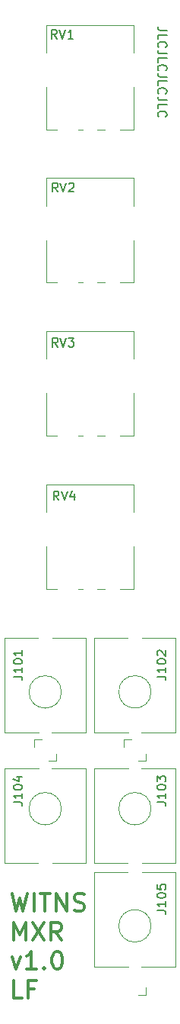
<source format=gbr>
%TF.GenerationSoftware,KiCad,Pcbnew,(6.0.9)*%
%TF.CreationDate,2023-01-29T17:11:57+01:00*%
%TF.ProjectId,witns_mxr,7769746e-735f-46d7-9872-2e6b69636164,rev?*%
%TF.SameCoordinates,Original*%
%TF.FileFunction,Legend,Top*%
%TF.FilePolarity,Positive*%
%FSLAX46Y46*%
G04 Gerber Fmt 4.6, Leading zero omitted, Abs format (unit mm)*
G04 Created by KiCad (PCBNEW (6.0.9)) date 2023-01-29 17:11:57*
%MOMM*%
%LPD*%
G01*
G04 APERTURE LIST*
%ADD10C,0.150000*%
%ADD11C,0.300000*%
%ADD12C,0.120000*%
G04 APERTURE END LIST*
D10*
X58547619Y-46651309D02*
X57833333Y-46651309D01*
X57690476Y-46603690D01*
X57595238Y-46508452D01*
X57547619Y-46365595D01*
X57547619Y-46270357D01*
X57547619Y-47603690D02*
X57547619Y-47127500D01*
X58547619Y-47127500D01*
X57642857Y-48508452D02*
X57595238Y-48460833D01*
X57547619Y-48317976D01*
X57547619Y-48222738D01*
X57595238Y-48079880D01*
X57690476Y-47984642D01*
X57785714Y-47937023D01*
X57976190Y-47889404D01*
X58119047Y-47889404D01*
X58309523Y-47937023D01*
X58404761Y-47984642D01*
X58500000Y-48079880D01*
X58547619Y-48222738D01*
X58547619Y-48317976D01*
X58500000Y-48460833D01*
X58452380Y-48508452D01*
X58547619Y-49222738D02*
X57833333Y-49222738D01*
X57690476Y-49175119D01*
X57595238Y-49079880D01*
X57547619Y-48937023D01*
X57547619Y-48841785D01*
X57547619Y-50175119D02*
X57547619Y-49698928D01*
X58547619Y-49698928D01*
X57642857Y-51079880D02*
X57595238Y-51032261D01*
X57547619Y-50889404D01*
X57547619Y-50794166D01*
X57595238Y-50651309D01*
X57690476Y-50556071D01*
X57785714Y-50508452D01*
X57976190Y-50460833D01*
X58119047Y-50460833D01*
X58309523Y-50508452D01*
X58404761Y-50556071D01*
X58500000Y-50651309D01*
X58547619Y-50794166D01*
X58547619Y-50889404D01*
X58500000Y-51032261D01*
X58452380Y-51079880D01*
X58547619Y-51794166D02*
X57833333Y-51794166D01*
X57690476Y-51746547D01*
X57595238Y-51651309D01*
X57547619Y-51508452D01*
X57547619Y-51413214D01*
X57547619Y-52746547D02*
X57547619Y-52270357D01*
X58547619Y-52270357D01*
X57642857Y-53651309D02*
X57595238Y-53603690D01*
X57547619Y-53460833D01*
X57547619Y-53365595D01*
X57595238Y-53222738D01*
X57690476Y-53127500D01*
X57785714Y-53079880D01*
X57976190Y-53032261D01*
X58119047Y-53032261D01*
X58309523Y-53079880D01*
X58404761Y-53127500D01*
X58500000Y-53222738D01*
X58547619Y-53365595D01*
X58547619Y-53460833D01*
X58500000Y-53603690D01*
X58452380Y-53651309D01*
X58547619Y-54365595D02*
X57833333Y-54365595D01*
X57690476Y-54317976D01*
X57595238Y-54222738D01*
X57547619Y-54079880D01*
X57547619Y-53984642D01*
X57547619Y-55317976D02*
X57547619Y-54841785D01*
X58547619Y-54841785D01*
X57642857Y-56222738D02*
X57595238Y-56175119D01*
X57547619Y-56032261D01*
X57547619Y-55937023D01*
X57595238Y-55794166D01*
X57690476Y-55698928D01*
X57785714Y-55651309D01*
X57976190Y-55603690D01*
X58119047Y-55603690D01*
X58309523Y-55651309D01*
X58404761Y-55698928D01*
X58500000Y-55794166D01*
X58547619Y-55937023D01*
X58547619Y-56032261D01*
X58500000Y-56175119D01*
X58452380Y-56222738D01*
D11*
X41280714Y-142374761D02*
X41756904Y-144374761D01*
X42137857Y-142946190D01*
X42518809Y-144374761D01*
X42995000Y-142374761D01*
X43756904Y-144374761D02*
X43756904Y-142374761D01*
X44423571Y-142374761D02*
X45566428Y-142374761D01*
X44995000Y-144374761D02*
X44995000Y-142374761D01*
X46233095Y-144374761D02*
X46233095Y-142374761D01*
X47375952Y-144374761D01*
X47375952Y-142374761D01*
X48233095Y-144279523D02*
X48518809Y-144374761D01*
X48995000Y-144374761D01*
X49185476Y-144279523D01*
X49280714Y-144184285D01*
X49375952Y-143993809D01*
X49375952Y-143803333D01*
X49280714Y-143612857D01*
X49185476Y-143517619D01*
X48995000Y-143422380D01*
X48614047Y-143327142D01*
X48423571Y-143231904D01*
X48328333Y-143136666D01*
X48233095Y-142946190D01*
X48233095Y-142755714D01*
X48328333Y-142565238D01*
X48423571Y-142470000D01*
X48614047Y-142374761D01*
X49090238Y-142374761D01*
X49375952Y-142470000D01*
X41471190Y-147594761D02*
X41471190Y-145594761D01*
X42137857Y-147023333D01*
X42804523Y-145594761D01*
X42804523Y-147594761D01*
X43566428Y-145594761D02*
X44899761Y-147594761D01*
X44899761Y-145594761D02*
X43566428Y-147594761D01*
X46804523Y-147594761D02*
X46137857Y-146642380D01*
X45661666Y-147594761D02*
X45661666Y-145594761D01*
X46423571Y-145594761D01*
X46614047Y-145690000D01*
X46709285Y-145785238D01*
X46804523Y-145975714D01*
X46804523Y-146261428D01*
X46709285Y-146451904D01*
X46614047Y-146547142D01*
X46423571Y-146642380D01*
X45661666Y-146642380D01*
X41280714Y-149481428D02*
X41756904Y-150814761D01*
X42233095Y-149481428D01*
X44042619Y-150814761D02*
X42899761Y-150814761D01*
X43471190Y-150814761D02*
X43471190Y-148814761D01*
X43280714Y-149100476D01*
X43090238Y-149290952D01*
X42899761Y-149386190D01*
X44899761Y-150624285D02*
X44995000Y-150719523D01*
X44899761Y-150814761D01*
X44804523Y-150719523D01*
X44899761Y-150624285D01*
X44899761Y-150814761D01*
X46233095Y-148814761D02*
X46423571Y-148814761D01*
X46614047Y-148910000D01*
X46709285Y-149005238D01*
X46804523Y-149195714D01*
X46899761Y-149576666D01*
X46899761Y-150052857D01*
X46804523Y-150433809D01*
X46709285Y-150624285D01*
X46614047Y-150719523D01*
X46423571Y-150814761D01*
X46233095Y-150814761D01*
X46042619Y-150719523D01*
X45947380Y-150624285D01*
X45852142Y-150433809D01*
X45756904Y-150052857D01*
X45756904Y-149576666D01*
X45852142Y-149195714D01*
X45947380Y-149005238D01*
X46042619Y-148910000D01*
X46233095Y-148814761D01*
X42423571Y-154034761D02*
X41471190Y-154034761D01*
X41471190Y-152034761D01*
X43756904Y-152987142D02*
X43090238Y-152987142D01*
X43090238Y-154034761D02*
X43090238Y-152034761D01*
X44042619Y-152034761D01*
D10*
%TO.C,RV4*%
X46504761Y-98752380D02*
X46171428Y-98276190D01*
X45933333Y-98752380D02*
X45933333Y-97752380D01*
X46314285Y-97752380D01*
X46409523Y-97800000D01*
X46457142Y-97847619D01*
X46504761Y-97942857D01*
X46504761Y-98085714D01*
X46457142Y-98180952D01*
X46409523Y-98228571D01*
X46314285Y-98276190D01*
X45933333Y-98276190D01*
X46790476Y-97752380D02*
X47123809Y-98752380D01*
X47457142Y-97752380D01*
X48219047Y-98085714D02*
X48219047Y-98752380D01*
X47980952Y-97704761D02*
X47742857Y-98419047D01*
X48361904Y-98419047D01*
%TO.C,RV1*%
X46304761Y-47552380D02*
X45971428Y-47076190D01*
X45733333Y-47552380D02*
X45733333Y-46552380D01*
X46114285Y-46552380D01*
X46209523Y-46600000D01*
X46257142Y-46647619D01*
X46304761Y-46742857D01*
X46304761Y-46885714D01*
X46257142Y-46980952D01*
X46209523Y-47028571D01*
X46114285Y-47076190D01*
X45733333Y-47076190D01*
X46590476Y-46552380D02*
X46923809Y-47552380D01*
X47257142Y-46552380D01*
X48114285Y-47552380D02*
X47542857Y-47552380D01*
X47828571Y-47552380D02*
X47828571Y-46552380D01*
X47733333Y-46695238D01*
X47638095Y-46790476D01*
X47542857Y-46838095D01*
%TO.C,J103*%
X57452380Y-132285714D02*
X58166666Y-132285714D01*
X58309523Y-132333333D01*
X58404761Y-132428571D01*
X58452380Y-132571428D01*
X58452380Y-132666666D01*
X58452380Y-131285714D02*
X58452380Y-131857142D01*
X58452380Y-131571428D02*
X57452380Y-131571428D01*
X57595238Y-131666666D01*
X57690476Y-131761904D01*
X57738095Y-131857142D01*
X57452380Y-130666666D02*
X57452380Y-130571428D01*
X57500000Y-130476190D01*
X57547619Y-130428571D01*
X57642857Y-130380952D01*
X57833333Y-130333333D01*
X58071428Y-130333333D01*
X58261904Y-130380952D01*
X58357142Y-130428571D01*
X58404761Y-130476190D01*
X58452380Y-130571428D01*
X58452380Y-130666666D01*
X58404761Y-130761904D01*
X58357142Y-130809523D01*
X58261904Y-130857142D01*
X58071428Y-130904761D01*
X57833333Y-130904761D01*
X57642857Y-130857142D01*
X57547619Y-130809523D01*
X57500000Y-130761904D01*
X57452380Y-130666666D01*
X57452380Y-130000000D02*
X57452380Y-129380952D01*
X57833333Y-129714285D01*
X57833333Y-129571428D01*
X57880952Y-129476190D01*
X57928571Y-129428571D01*
X58023809Y-129380952D01*
X58261904Y-129380952D01*
X58357142Y-129428571D01*
X58404761Y-129476190D01*
X58452380Y-129571428D01*
X58452380Y-129857142D01*
X58404761Y-129952380D01*
X58357142Y-130000000D01*
%TO.C,J102*%
X57452380Y-118325714D02*
X58166666Y-118325714D01*
X58309523Y-118373333D01*
X58404761Y-118468571D01*
X58452380Y-118611428D01*
X58452380Y-118706666D01*
X58452380Y-117325714D02*
X58452380Y-117897142D01*
X58452380Y-117611428D02*
X57452380Y-117611428D01*
X57595238Y-117706666D01*
X57690476Y-117801904D01*
X57738095Y-117897142D01*
X57452380Y-116706666D02*
X57452380Y-116611428D01*
X57500000Y-116516190D01*
X57547619Y-116468571D01*
X57642857Y-116420952D01*
X57833333Y-116373333D01*
X58071428Y-116373333D01*
X58261904Y-116420952D01*
X58357142Y-116468571D01*
X58404761Y-116516190D01*
X58452380Y-116611428D01*
X58452380Y-116706666D01*
X58404761Y-116801904D01*
X58357142Y-116849523D01*
X58261904Y-116897142D01*
X58071428Y-116944761D01*
X57833333Y-116944761D01*
X57642857Y-116897142D01*
X57547619Y-116849523D01*
X57500000Y-116801904D01*
X57452380Y-116706666D01*
X57547619Y-115992380D02*
X57500000Y-115944761D01*
X57452380Y-115849523D01*
X57452380Y-115611428D01*
X57500000Y-115516190D01*
X57547619Y-115468571D01*
X57642857Y-115420952D01*
X57738095Y-115420952D01*
X57880952Y-115468571D01*
X58452380Y-116040000D01*
X58452380Y-115420952D01*
%TO.C,RV2*%
X46404761Y-64552380D02*
X46071428Y-64076190D01*
X45833333Y-64552380D02*
X45833333Y-63552380D01*
X46214285Y-63552380D01*
X46309523Y-63600000D01*
X46357142Y-63647619D01*
X46404761Y-63742857D01*
X46404761Y-63885714D01*
X46357142Y-63980952D01*
X46309523Y-64028571D01*
X46214285Y-64076190D01*
X45833333Y-64076190D01*
X46690476Y-63552380D02*
X47023809Y-64552380D01*
X47357142Y-63552380D01*
X47642857Y-63647619D02*
X47690476Y-63600000D01*
X47785714Y-63552380D01*
X48023809Y-63552380D01*
X48119047Y-63600000D01*
X48166666Y-63647619D01*
X48214285Y-63742857D01*
X48214285Y-63838095D01*
X48166666Y-63980952D01*
X47595238Y-64552380D01*
X48214285Y-64552380D01*
%TO.C,J104*%
X41452380Y-132285714D02*
X42166666Y-132285714D01*
X42309523Y-132333333D01*
X42404761Y-132428571D01*
X42452380Y-132571428D01*
X42452380Y-132666666D01*
X42452380Y-131285714D02*
X42452380Y-131857142D01*
X42452380Y-131571428D02*
X41452380Y-131571428D01*
X41595238Y-131666666D01*
X41690476Y-131761904D01*
X41738095Y-131857142D01*
X41452380Y-130666666D02*
X41452380Y-130571428D01*
X41500000Y-130476190D01*
X41547619Y-130428571D01*
X41642857Y-130380952D01*
X41833333Y-130333333D01*
X42071428Y-130333333D01*
X42261904Y-130380952D01*
X42357142Y-130428571D01*
X42404761Y-130476190D01*
X42452380Y-130571428D01*
X42452380Y-130666666D01*
X42404761Y-130761904D01*
X42357142Y-130809523D01*
X42261904Y-130857142D01*
X42071428Y-130904761D01*
X41833333Y-130904761D01*
X41642857Y-130857142D01*
X41547619Y-130809523D01*
X41500000Y-130761904D01*
X41452380Y-130666666D01*
X41785714Y-129476190D02*
X42452380Y-129476190D01*
X41404761Y-129714285D02*
X42119047Y-129952380D01*
X42119047Y-129333333D01*
%TO.C,J101*%
X41452380Y-118325714D02*
X42166666Y-118325714D01*
X42309523Y-118373333D01*
X42404761Y-118468571D01*
X42452380Y-118611428D01*
X42452380Y-118706666D01*
X42452380Y-117325714D02*
X42452380Y-117897142D01*
X42452380Y-117611428D02*
X41452380Y-117611428D01*
X41595238Y-117706666D01*
X41690476Y-117801904D01*
X41738095Y-117897142D01*
X41452380Y-116706666D02*
X41452380Y-116611428D01*
X41500000Y-116516190D01*
X41547619Y-116468571D01*
X41642857Y-116420952D01*
X41833333Y-116373333D01*
X42071428Y-116373333D01*
X42261904Y-116420952D01*
X42357142Y-116468571D01*
X42404761Y-116516190D01*
X42452380Y-116611428D01*
X42452380Y-116706666D01*
X42404761Y-116801904D01*
X42357142Y-116849523D01*
X42261904Y-116897142D01*
X42071428Y-116944761D01*
X41833333Y-116944761D01*
X41642857Y-116897142D01*
X41547619Y-116849523D01*
X41500000Y-116801904D01*
X41452380Y-116706666D01*
X42452380Y-115420952D02*
X42452380Y-115992380D01*
X42452380Y-115706666D02*
X41452380Y-115706666D01*
X41595238Y-115801904D01*
X41690476Y-115897142D01*
X41738095Y-115992380D01*
%TO.C,J105*%
X57452380Y-144285714D02*
X58166666Y-144285714D01*
X58309523Y-144333333D01*
X58404761Y-144428571D01*
X58452380Y-144571428D01*
X58452380Y-144666666D01*
X58452380Y-143285714D02*
X58452380Y-143857142D01*
X58452380Y-143571428D02*
X57452380Y-143571428D01*
X57595238Y-143666666D01*
X57690476Y-143761904D01*
X57738095Y-143857142D01*
X57452380Y-142666666D02*
X57452380Y-142571428D01*
X57500000Y-142476190D01*
X57547619Y-142428571D01*
X57642857Y-142380952D01*
X57833333Y-142333333D01*
X58071428Y-142333333D01*
X58261904Y-142380952D01*
X58357142Y-142428571D01*
X58404761Y-142476190D01*
X58452380Y-142571428D01*
X58452380Y-142666666D01*
X58404761Y-142761904D01*
X58357142Y-142809523D01*
X58261904Y-142857142D01*
X58071428Y-142904761D01*
X57833333Y-142904761D01*
X57642857Y-142857142D01*
X57547619Y-142809523D01*
X57500000Y-142761904D01*
X57452380Y-142666666D01*
X57452380Y-141428571D02*
X57452380Y-141904761D01*
X57928571Y-141952380D01*
X57880952Y-141904761D01*
X57833333Y-141809523D01*
X57833333Y-141571428D01*
X57880952Y-141476190D01*
X57928571Y-141428571D01*
X58023809Y-141380952D01*
X58261904Y-141380952D01*
X58357142Y-141428571D01*
X58404761Y-141476190D01*
X58452380Y-141571428D01*
X58452380Y-141809523D01*
X58404761Y-141904761D01*
X58357142Y-141952380D01*
%TO.C,RV3*%
X46404761Y-81752380D02*
X46071428Y-81276190D01*
X45833333Y-81752380D02*
X45833333Y-80752380D01*
X46214285Y-80752380D01*
X46309523Y-80800000D01*
X46357142Y-80847619D01*
X46404761Y-80942857D01*
X46404761Y-81085714D01*
X46357142Y-81180952D01*
X46309523Y-81228571D01*
X46214285Y-81276190D01*
X45833333Y-81276190D01*
X46690476Y-80752380D02*
X47023809Y-81752380D01*
X47357142Y-80752380D01*
X47595238Y-80752380D02*
X48214285Y-80752380D01*
X47880952Y-81133333D01*
X48023809Y-81133333D01*
X48119047Y-81180952D01*
X48166666Y-81228571D01*
X48214285Y-81323809D01*
X48214285Y-81561904D01*
X48166666Y-81657142D01*
X48119047Y-81704761D01*
X48023809Y-81752380D01*
X47738095Y-81752380D01*
X47642857Y-81704761D01*
X47595238Y-81657142D01*
D12*
%TO.C,RV4*%
X54870000Y-108620000D02*
X53380000Y-108620000D01*
X54870000Y-97030000D02*
X45130000Y-97030000D01*
X49210000Y-108620000D02*
X48680000Y-108620000D01*
X54870000Y-108620000D02*
X54870000Y-103900000D01*
X51660000Y-108620000D02*
X50830000Y-108620000D01*
X46310000Y-108620000D02*
X45130000Y-108620000D01*
X54870000Y-100090000D02*
X54870000Y-97030000D01*
X45120000Y-108620000D02*
X45120000Y-103900000D01*
X45130000Y-100090000D02*
X45130000Y-97030000D01*
%TO.C,RV1*%
X54870000Y-49090000D02*
X54870000Y-46030000D01*
X49210000Y-57620000D02*
X48680000Y-57620000D01*
X46310000Y-57620000D02*
X45130000Y-57620000D01*
X45130000Y-49090000D02*
X45130000Y-46030000D01*
X54870000Y-46030000D02*
X45130000Y-46030000D01*
X54870000Y-57620000D02*
X54870000Y-52900000D01*
X51660000Y-57620000D02*
X50830000Y-57620000D01*
X45120000Y-57620000D02*
X45120000Y-52900000D01*
X54870000Y-57620000D02*
X53380000Y-57620000D01*
%TO.C,J103*%
X59500000Y-128500000D02*
X55720000Y-128500000D01*
X54280000Y-128500000D02*
X50500000Y-128500000D01*
X53770000Y-125350000D02*
X53770000Y-126150000D01*
X53770000Y-125350000D02*
X54630000Y-125350000D01*
X59500000Y-128500000D02*
X59500000Y-139000000D01*
X50500000Y-128500000D02*
X50500000Y-139000000D01*
X54200000Y-139000000D02*
X50500000Y-139000000D01*
X59500000Y-139000000D02*
X55800000Y-139000000D01*
X56800000Y-133000000D02*
G75*
G03*
X56800000Y-133000000I-1800000J0D01*
G01*
%TO.C,J102*%
X50500000Y-124540000D02*
X50500000Y-114040000D01*
X55720000Y-124540000D02*
X59500000Y-124540000D01*
X55800000Y-114040000D02*
X59500000Y-114040000D01*
X50500000Y-124540000D02*
X54280000Y-124540000D01*
X56230000Y-127690000D02*
X56230000Y-126890000D01*
X56230000Y-127690000D02*
X55370000Y-127690000D01*
X50500000Y-114040000D02*
X54200000Y-114040000D01*
X59500000Y-124540000D02*
X59500000Y-114040000D01*
X56800000Y-120040000D02*
G75*
G03*
X56800000Y-120040000I-1800000J0D01*
G01*
%TO.C,RV2*%
X54870000Y-63030000D02*
X45130000Y-63030000D01*
X45120000Y-74620000D02*
X45120000Y-69900000D01*
X45130000Y-66090000D02*
X45130000Y-63030000D01*
X51660000Y-74620000D02*
X50830000Y-74620000D01*
X46310000Y-74620000D02*
X45130000Y-74620000D01*
X49210000Y-74620000D02*
X48680000Y-74620000D01*
X54870000Y-74620000D02*
X53380000Y-74620000D01*
X54870000Y-66090000D02*
X54870000Y-63030000D01*
X54870000Y-74620000D02*
X54870000Y-69900000D01*
%TO.C,J104*%
X40500000Y-128500000D02*
X40500000Y-139000000D01*
X49500000Y-128500000D02*
X49500000Y-139000000D01*
X49500000Y-139000000D02*
X45800000Y-139000000D01*
X43770000Y-125350000D02*
X44630000Y-125350000D01*
X43770000Y-125350000D02*
X43770000Y-126150000D01*
X49500000Y-128500000D02*
X45720000Y-128500000D01*
X44280000Y-128500000D02*
X40500000Y-128500000D01*
X44200000Y-139000000D02*
X40500000Y-139000000D01*
X46800000Y-133000000D02*
G75*
G03*
X46800000Y-133000000I-1800000J0D01*
G01*
%TO.C,J101*%
X40500000Y-124540000D02*
X40500000Y-114040000D01*
X40500000Y-114040000D02*
X44200000Y-114040000D01*
X49500000Y-124540000D02*
X49500000Y-114040000D01*
X40500000Y-124540000D02*
X44280000Y-124540000D01*
X46230000Y-127690000D02*
X46230000Y-126890000D01*
X45800000Y-114040000D02*
X49500000Y-114040000D01*
X45720000Y-124540000D02*
X49500000Y-124540000D01*
X46230000Y-127690000D02*
X45370000Y-127690000D01*
X46800000Y-120040000D02*
G75*
G03*
X46800000Y-120040000I-1800000J0D01*
G01*
%TO.C,J105*%
X55720000Y-150500000D02*
X59500000Y-150500000D01*
X55800000Y-140000000D02*
X59500000Y-140000000D01*
X50500000Y-150500000D02*
X54280000Y-150500000D01*
X59500000Y-150500000D02*
X59500000Y-140000000D01*
X56230000Y-153650000D02*
X56230000Y-152850000D01*
X50500000Y-140000000D02*
X54200000Y-140000000D01*
X50500000Y-150500000D02*
X50500000Y-140000000D01*
X56230000Y-153650000D02*
X55370000Y-153650000D01*
X56800000Y-146000000D02*
G75*
G03*
X56800000Y-146000000I-1800000J0D01*
G01*
%TO.C,RV3*%
X45120000Y-91620000D02*
X45120000Y-86900000D01*
X54870000Y-91620000D02*
X54870000Y-86900000D01*
X54870000Y-83090000D02*
X54870000Y-80030000D01*
X45130000Y-83090000D02*
X45130000Y-80030000D01*
X46310000Y-91620000D02*
X45130000Y-91620000D01*
X49210000Y-91620000D02*
X48680000Y-91620000D01*
X54870000Y-91620000D02*
X53380000Y-91620000D01*
X51660000Y-91620000D02*
X50830000Y-91620000D01*
X54870000Y-80030000D02*
X45130000Y-80030000D01*
%TD*%
M02*

</source>
